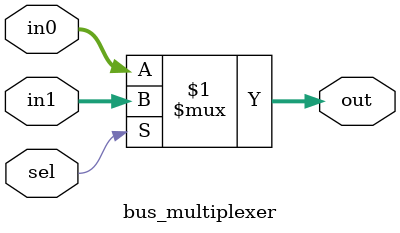
<source format=v>
`timescale 1 ns / 1 ps

module bus_multiplexer #
(
  parameter integer WIDTH = 32
)
(
  input  wire [WIDTH-1:0] in0,
  input  wire [WIDTH-1:0] in1,
  input  wire             sel,
  output wire [WIDTH-1:0] out
);

  assign out = (sel) ? in1 : in0;

endmodule



</source>
